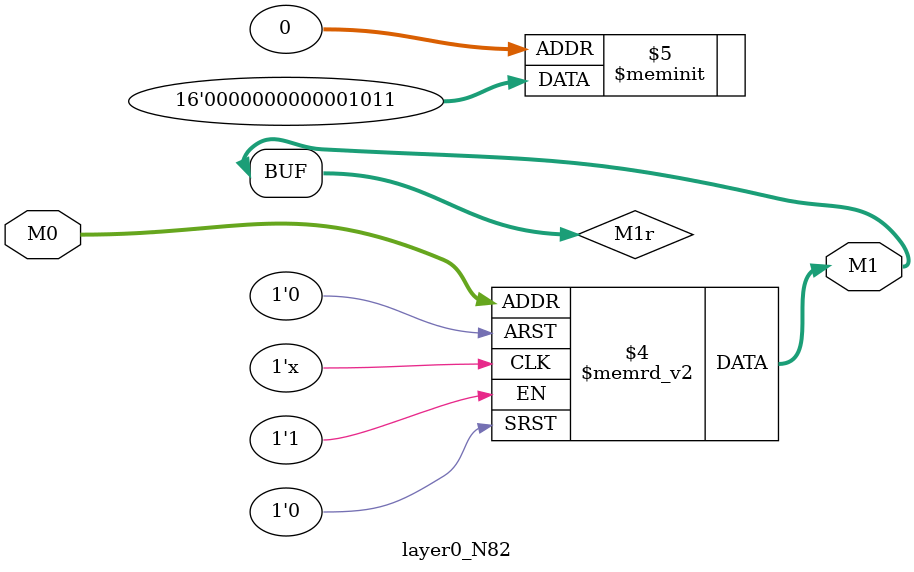
<source format=v>
module layer0_N82 ( input [2:0] M0, output [1:0] M1 );

	(*rom_style = "distributed" *) reg [1:0] M1r;
	assign M1 = M1r;
	always @ (M0) begin
		case (M0)
			3'b000: M1r = 2'b11;
			3'b100: M1r = 2'b00;
			3'b010: M1r = 2'b00;
			3'b110: M1r = 2'b00;
			3'b001: M1r = 2'b10;
			3'b101: M1r = 2'b00;
			3'b011: M1r = 2'b00;
			3'b111: M1r = 2'b00;

		endcase
	end
endmodule

</source>
